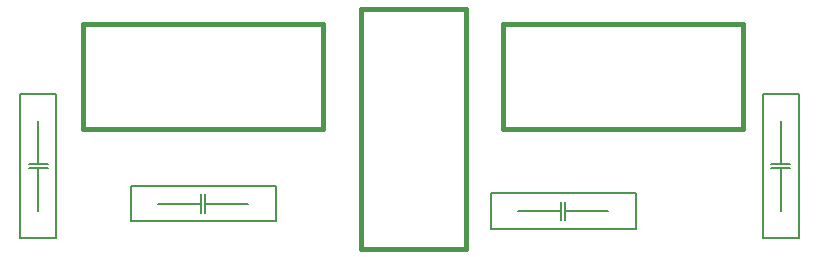
<source format=gbr>
%FSLAX34Y34*%
%MOMM*%
%LNSILK_TOP*%
G71*
G01*
%ADD10C,0.150*%
%ADD11C,0.400*%
%LPD*%
G54D10*
X34150Y924800D02*
X3950Y924800D01*
X3950Y802400D01*
X34150Y802400D01*
X34150Y924800D01*
G54D10*
X27050Y865000D02*
X11050Y865000D01*
G54D10*
X27050Y861800D02*
X11050Y861800D01*
G54D10*
X19050Y901500D02*
X19050Y865000D01*
G54D10*
X19050Y861800D02*
X19050Y825300D01*
G54D11*
X57150Y895350D02*
X57150Y984250D01*
X260350Y984250D01*
X260350Y895350D01*
X57150Y895350D01*
G54D10*
X219950Y816750D02*
X219950Y846950D01*
X97550Y846950D01*
X97550Y816750D01*
X219950Y816750D01*
G54D10*
X160150Y823850D02*
X160150Y839850D01*
G54D10*
X156950Y823850D02*
X156950Y839850D01*
G54D10*
X196650Y831850D02*
X160150Y831850D01*
G54D10*
X156950Y831850D02*
X120450Y831850D01*
G54D11*
X292100Y996950D02*
X381000Y996950D01*
X381000Y793750D01*
X292100Y793750D01*
X292100Y996950D01*
G54D10*
X524750Y810400D02*
X524750Y840600D01*
X402350Y840600D01*
X402350Y810400D01*
X524750Y810400D01*
G54D10*
X464950Y817500D02*
X464950Y833500D01*
G54D10*
X461750Y817500D02*
X461750Y833500D01*
G54D10*
X501450Y825500D02*
X464950Y825500D01*
G54D10*
X461750Y825500D02*
X425250Y825500D01*
G54D11*
X412750Y895350D02*
X412750Y984250D01*
X615950Y984250D01*
X615950Y895350D01*
X412750Y895350D01*
G54D10*
X662800Y924800D02*
X632600Y924800D01*
X632600Y802400D01*
X662800Y802400D01*
X662800Y924800D01*
G54D10*
X655700Y865000D02*
X639700Y865000D01*
G54D10*
X655700Y861800D02*
X639700Y861800D01*
G54D10*
X647700Y901500D02*
X647700Y865000D01*
G54D10*
X647700Y861800D02*
X647700Y825300D01*
M02*

</source>
